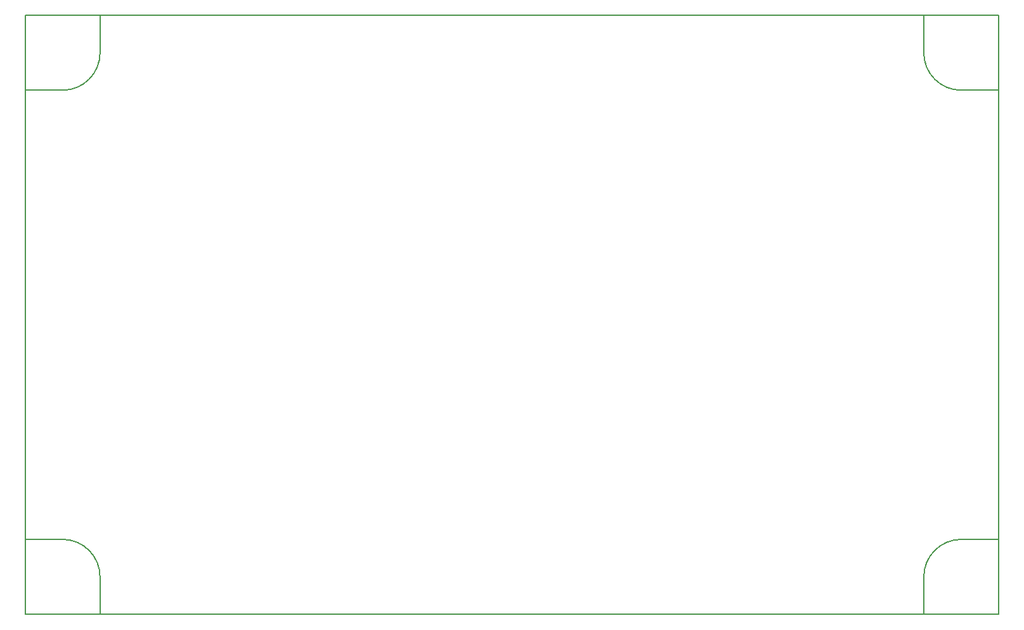
<source format=gko>
G04*
G04 #@! TF.GenerationSoftware,Altium Limited,Altium Designer,19.0.14 (431)*
G04*
G04 Layer_Color=16711935*
%FSAX24Y24*%
%MOIN*%
G70*
G01*
G75*
%ADD12C,0.0079*%
D12*
X049213Y003937D02*
G03*
X047244Y001969I000000J-001969D01*
G01*
Y029528D02*
G03*
X049213Y027559I001969J000000D01*
G01*
X003937Y001969D02*
G03*
X001969Y003937I-001969J000000D01*
G01*
Y027559D02*
G03*
X003937Y029528I000000J001969D01*
G01*
X000000Y031496D02*
X051181D01*
Y000000D02*
Y031496D01*
X000000Y000000D02*
Y031496D01*
Y000000D02*
X051181D01*
X049213Y003937D02*
X051181D01*
X047244Y000000D02*
Y001969D01*
X003937Y000000D02*
Y001969D01*
X049213Y027559D02*
X051181D01*
X047244Y029528D02*
Y031496D01*
X000000Y003937D02*
X001969D01*
X000000Y027559D02*
X001969D01*
X003937Y029528D02*
Y031496D01*
M02*

</source>
